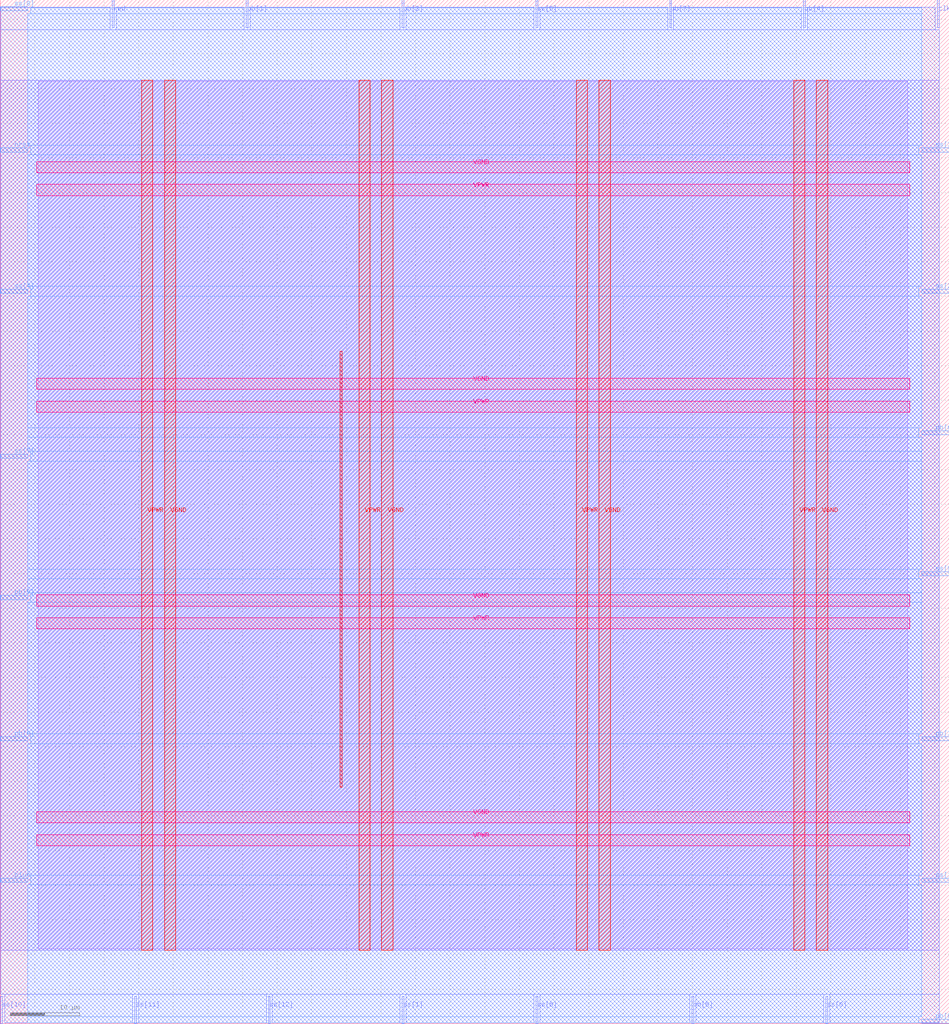
<source format=lef>
VERSION 5.7 ;
  NOWIREEXTENSIONATPIN ON ;
  DIVIDERCHAR "/" ;
  BUSBITCHARS "[]" ;
MACRO calculator
  CLASS BLOCK ;
  FOREIGN calculator ;
  ORIGIN 0.000 0.000 ;
  SIZE 137.075 BY 147.795 ;
  PIN VGND
    DIRECTION INOUT ;
    USE GROUND ;
    PORT
      LAYER met4 ;
        RECT 23.715 10.640 25.315 136.240 ;
    END
    PORT
      LAYER met4 ;
        RECT 55.110 10.640 56.710 136.240 ;
    END
    PORT
      LAYER met4 ;
        RECT 86.505 10.640 88.105 136.240 ;
    END
    PORT
      LAYER met4 ;
        RECT 117.900 10.640 119.500 136.240 ;
    END
    PORT
      LAYER met5 ;
        RECT 5.280 29.020 131.340 30.620 ;
    END
    PORT
      LAYER met5 ;
        RECT 5.280 60.300 131.340 61.900 ;
    END
    PORT
      LAYER met5 ;
        RECT 5.280 91.580 131.340 93.180 ;
    END
    PORT
      LAYER met5 ;
        RECT 5.280 122.860 131.340 124.460 ;
    END
  END VGND
  PIN VPWR
    DIRECTION INOUT ;
    USE POWER ;
    PORT
      LAYER met4 ;
        RECT 20.415 10.640 22.015 136.240 ;
    END
    PORT
      LAYER met4 ;
        RECT 51.810 10.640 53.410 136.240 ;
    END
    PORT
      LAYER met4 ;
        RECT 83.205 10.640 84.805 136.240 ;
    END
    PORT
      LAYER met4 ;
        RECT 114.600 10.640 116.200 136.240 ;
    END
    PORT
      LAYER met5 ;
        RECT 5.280 25.720 131.340 27.320 ;
    END
    PORT
      LAYER met5 ;
        RECT 5.280 57.000 131.340 58.600 ;
    END
    PORT
      LAYER met5 ;
        RECT 5.280 88.280 131.340 89.880 ;
    END
    PORT
      LAYER met5 ;
        RECT 5.280 119.560 131.340 121.160 ;
    END
  END VPWR
  PIN blue
    DIRECTION OUTPUT TRISTATE ;
    USE SIGNAL ;
    ANTENNADIFFAREA 0.795200 ;
    PORT
      LAYER met3 ;
        RECT 0.000 20.440 4.000 21.040 ;
    END
  END blue
  PIN clk
    DIRECTION INPUT ;
    USE SIGNAL ;
    ANTENNAGATEAREA 0.852000 ;
    PORT
      LAYER met2 ;
        RECT 135.330 143.795 135.610 147.795 ;
    END
  END clk
  PIN nrst
    DIRECTION INPUT ;
    USE SIGNAL ;
    ANTENNAGATEAREA 0.196500 ;
    PORT
      LAYER met3 ;
        RECT 0.000 125.840 4.000 126.440 ;
    END
  END nrst
  PIN pb[0]
    DIRECTION INPUT ;
    USE SIGNAL ;
    ANTENNAGATEAREA 0.196500 ;
    PORT
      LAYER met3 ;
        RECT 0.000 40.840 4.000 41.440 ;
    END
  END pb[0]
  PIN pb[1]
    DIRECTION INPUT ;
    USE SIGNAL ;
    ANTENNAGATEAREA 0.196500 ;
    PORT
      LAYER met2 ;
        RECT 35.510 143.795 35.790 147.795 ;
    END
  END pb[1]
  PIN pb[2]
    DIRECTION INPUT ;
    USE SIGNAL ;
    ANTENNAGATEAREA 0.196500 ;
    PORT
      LAYER met2 ;
        RECT 58.050 143.795 58.330 147.795 ;
    END
  END pb[2]
  PIN pb[3]
    DIRECTION INPUT ;
    USE SIGNAL ;
    ANTENNAGATEAREA 0.126000 ;
    PORT
      LAYER met3 ;
        RECT 133.075 40.840 137.075 41.440 ;
    END
  END pb[3]
  PIN pb[4]
    DIRECTION INPUT ;
    USE SIGNAL ;
    ANTENNAGATEAREA 0.196500 ;
    PORT
      LAYER met2 ;
        RECT 116.010 143.795 116.290 147.795 ;
    END
  END pb[4]
  PIN pb[5]
    DIRECTION INPUT ;
    USE SIGNAL ;
    ANTENNAGATEAREA 0.196500 ;
    PORT
      LAYER met2 ;
        RECT 99.910 0.000 100.190 4.000 ;
    END
  END pb[5]
  PIN pb[6]
    DIRECTION INPUT ;
    USE SIGNAL ;
    ANTENNAGATEAREA 0.196500 ;
    PORT
      LAYER met3 ;
        RECT 133.075 85.040 137.075 85.640 ;
    END
  END pb[6]
  PIN pb[7]
    DIRECTION INPUT ;
    USE SIGNAL ;
    ANTENNAGATEAREA 0.196500 ;
    PORT
      LAYER met2 ;
        RECT 96.690 143.795 96.970 147.795 ;
    END
  END pb[7]
  PIN pb[8]
    DIRECTION INPUT ;
    USE SIGNAL ;
    ANTENNAGATEAREA 0.196500 ;
    PORT
      LAYER met3 ;
        RECT 133.075 0.040 137.075 0.640 ;
    END
  END pb[8]
  PIN pb[9]
    DIRECTION INPUT ;
    USE SIGNAL ;
    ANTENNAGATEAREA 0.196500 ;
    PORT
      LAYER met3 ;
        RECT 0.000 61.240 4.000 61.840 ;
    END
  END pb[9]
  PIN red
    DIRECTION OUTPUT TRISTATE ;
    USE SIGNAL ;
    ANTENNADIFFAREA 0.795200 ;
    PORT
      LAYER met2 ;
        RECT 16.190 143.795 16.470 147.795 ;
    END
  END red
  PIN ss[0]
    DIRECTION OUTPUT TRISTATE ;
    USE SIGNAL ;
    ANTENNADIFFAREA 0.795200 ;
    PORT
      LAYER met2 ;
        RECT 119.230 0.000 119.510 4.000 ;
    END
  END ss[0]
  PIN ss[10]
    DIRECTION OUTPUT TRISTATE ;
    USE SIGNAL ;
    ANTENNADIFFAREA 0.795200 ;
    PORT
      LAYER met2 ;
        RECT 0.090 0.000 0.370 4.000 ;
    END
  END ss[10]
  PIN ss[11]
    DIRECTION OUTPUT TRISTATE ;
    USE SIGNAL ;
    ANTENNADIFFAREA 0.795200 ;
    PORT
      LAYER met2 ;
        RECT 19.410 0.000 19.690 4.000 ;
    END
  END ss[11]
  PIN ss[12]
    DIRECTION OUTPUT TRISTATE ;
    USE SIGNAL ;
    ANTENNADIFFAREA 0.795200 ;
    PORT
      LAYER met2 ;
        RECT 38.730 0.000 39.010 4.000 ;
    END
  END ss[12]
  PIN ss[13]
    DIRECTION OUTPUT TRISTATE ;
    USE SIGNAL ;
    ANTENNADIFFAREA 0.795200 ;
    PORT
      LAYER met3 ;
        RECT 133.075 20.440 137.075 21.040 ;
    END
  END ss[13]
  PIN ss[1]
    DIRECTION OUTPUT TRISTATE ;
    USE SIGNAL ;
    ANTENNADIFFAREA 0.445500 ;
    PORT
      LAYER met2 ;
        RECT 58.050 0.000 58.330 4.000 ;
    END
  END ss[1]
  PIN ss[2]
    DIRECTION OUTPUT TRISTATE ;
    USE SIGNAL ;
    ANTENNADIFFAREA 0.445500 ;
    PORT
      LAYER met3 ;
        RECT 133.075 105.440 137.075 106.040 ;
    END
  END ss[2]
  PIN ss[3]
    DIRECTION OUTPUT TRISTATE ;
    USE SIGNAL ;
    ANTENNADIFFAREA 0.445500 ;
    PORT
      LAYER met3 ;
        RECT 133.075 125.840 137.075 126.440 ;
    END
  END ss[3]
  PIN ss[4]
    DIRECTION OUTPUT TRISTATE ;
    USE SIGNAL ;
    ANTENNADIFFAREA 0.795200 ;
    PORT
      LAYER met3 ;
        RECT 0.000 105.440 4.000 106.040 ;
    END
  END ss[4]
  PIN ss[5]
    DIRECTION OUTPUT TRISTATE ;
    USE SIGNAL ;
    ANTENNADIFFAREA 0.445500 ;
    PORT
      LAYER met2 ;
        RECT 77.370 143.795 77.650 147.795 ;
    END
  END ss[5]
  PIN ss[6]
    DIRECTION OUTPUT TRISTATE ;
    USE SIGNAL ;
    ANTENNADIFFAREA 0.795200 ;
    PORT
      LAYER met2 ;
        RECT 77.370 0.000 77.650 4.000 ;
    END
  END ss[6]
  PIN ss[7]
    DIRECTION OUTPUT TRISTATE ;
    USE SIGNAL ;
    ANTENNADIFFAREA 0.795200 ;
    PORT
      LAYER met3 ;
        RECT 0.000 81.640 4.000 82.240 ;
    END
  END ss[7]
  PIN ss[8]
    DIRECTION OUTPUT TRISTATE ;
    USE SIGNAL ;
    ANTENNADIFFAREA 0.795200 ;
    PORT
      LAYER met3 ;
        RECT 0.000 146.240 4.000 146.840 ;
    END
  END ss[8]
  PIN ss[9]
    DIRECTION OUTPUT TRISTATE ;
    USE SIGNAL ;
    ANTENNADIFFAREA 0.795200 ;
    PORT
      LAYER met3 ;
        RECT 133.075 64.640 137.075 65.240 ;
    END
  END ss[9]
  OBS
      LAYER li1 ;
        RECT 5.520 10.795 131.100 136.085 ;
      LAYER met1 ;
        RECT 0.070 10.640 135.630 136.240 ;
      LAYER met2 ;
        RECT 0.100 143.515 15.910 146.725 ;
        RECT 16.750 143.515 35.230 146.725 ;
        RECT 36.070 143.515 57.770 146.725 ;
        RECT 58.610 143.515 77.090 146.725 ;
        RECT 77.930 143.515 96.410 146.725 ;
        RECT 97.250 143.515 115.730 146.725 ;
        RECT 116.570 143.515 135.050 146.725 ;
        RECT 0.100 4.280 135.600 143.515 ;
        RECT 0.650 0.155 19.130 4.280 ;
        RECT 19.970 0.155 38.450 4.280 ;
        RECT 39.290 0.155 57.770 4.280 ;
        RECT 58.610 0.155 77.090 4.280 ;
        RECT 77.930 0.155 99.630 4.280 ;
        RECT 100.470 0.155 118.950 4.280 ;
        RECT 119.790 0.155 135.600 4.280 ;
      LAYER met3 ;
        RECT 4.400 145.840 133.075 146.705 ;
        RECT 4.000 126.840 133.075 145.840 ;
        RECT 4.400 125.440 132.675 126.840 ;
        RECT 4.000 106.440 133.075 125.440 ;
        RECT 4.400 105.040 132.675 106.440 ;
        RECT 4.000 86.040 133.075 105.040 ;
        RECT 4.000 84.640 132.675 86.040 ;
        RECT 4.000 82.640 133.075 84.640 ;
        RECT 4.400 81.240 133.075 82.640 ;
        RECT 4.000 65.640 133.075 81.240 ;
        RECT 4.000 64.240 132.675 65.640 ;
        RECT 4.000 62.240 133.075 64.240 ;
        RECT 4.400 60.840 133.075 62.240 ;
        RECT 4.000 41.840 133.075 60.840 ;
        RECT 4.400 40.440 132.675 41.840 ;
        RECT 4.000 21.440 133.075 40.440 ;
        RECT 4.400 20.040 132.675 21.440 ;
        RECT 4.000 1.040 133.075 20.040 ;
        RECT 4.000 0.175 132.675 1.040 ;
      LAYER met4 ;
        RECT 49.055 34.175 49.385 97.065 ;
  END
END calculator
END LIBRARY


</source>
